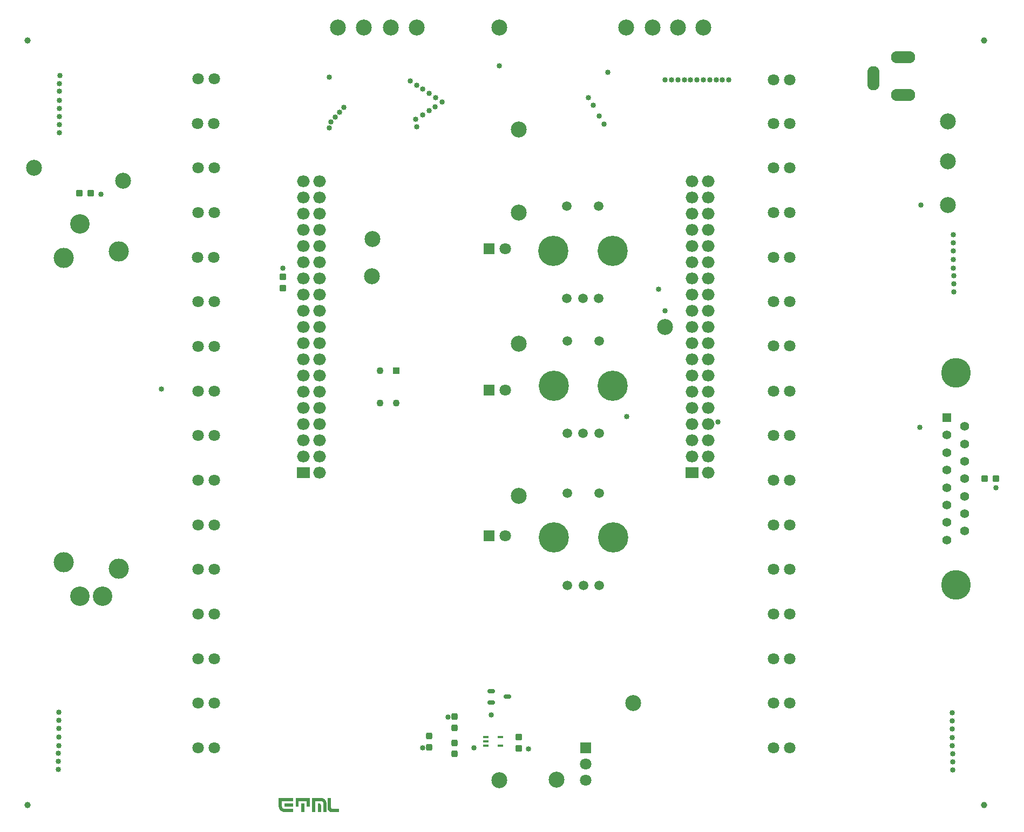
<source format=gts>
G04*
G04 #@! TF.GenerationSoftware,Altium Limited,Altium Designer,22.7.1 (60)*
G04*
G04 Layer_Color=8388736*
%FSLAX44Y44*%
%MOMM*%
G71*
G04*
G04 #@! TF.SameCoordinates,B875D083-2DC7-4D9C-95C5-8495ED73C8DD*
G04*
G04*
G04 #@! TF.FilePolarity,Negative*
G04*
G01*
G75*
G04:AMPARAMS|DCode=19|XSize=1.05mm|YSize=1.1mm|CornerRadius=0.2625mm|HoleSize=0mm|Usage=FLASHONLY|Rotation=270.000|XOffset=0mm|YOffset=0mm|HoleType=Round|Shape=RoundedRectangle|*
%AMROUNDEDRECTD19*
21,1,1.0500,0.5750,0,0,270.0*
21,1,0.5250,1.1000,0,0,270.0*
1,1,0.5250,-0.2875,-0.2625*
1,1,0.5250,-0.2875,0.2625*
1,1,0.5250,0.2875,0.2625*
1,1,0.5250,0.2875,-0.2625*
%
%ADD19ROUNDEDRECTD19*%
%ADD20R,0.9000X0.4000*%
G04:AMPARAMS|DCode=21|XSize=1mm|YSize=1.05mm|CornerRadius=0.25mm|HoleSize=0mm|Usage=FLASHONLY|Rotation=180.000|XOffset=0mm|YOffset=0mm|HoleType=Round|Shape=RoundedRectangle|*
%AMROUNDEDRECTD21*
21,1,1.0000,0.5500,0,0,180.0*
21,1,0.5000,1.0500,0,0,180.0*
1,1,0.5000,-0.2500,0.2750*
1,1,0.5000,0.2500,0.2750*
1,1,0.5000,0.2500,-0.2750*
1,1,0.5000,-0.2500,-0.2750*
%
%ADD21ROUNDEDRECTD21*%
G04:AMPARAMS|DCode=22|XSize=1.05mm|YSize=1.1mm|CornerRadius=0.2625mm|HoleSize=0mm|Usage=FLASHONLY|Rotation=0.000|XOffset=0mm|YOffset=0mm|HoleType=Round|Shape=RoundedRectangle|*
%AMROUNDEDRECTD22*
21,1,1.0500,0.5750,0,0,0.0*
21,1,0.5250,1.1000,0,0,0.0*
1,1,0.5250,0.2625,-0.2875*
1,1,0.5250,-0.2625,-0.2875*
1,1,0.5250,-0.2625,0.2875*
1,1,0.5250,0.2625,0.2875*
%
%ADD22ROUNDEDRECTD22*%
G04:AMPARAMS|DCode=23|XSize=0.65mm|YSize=1.15mm|CornerRadius=0.1625mm|HoleSize=0mm|Usage=FLASHONLY|Rotation=90.000|XOffset=0mm|YOffset=0mm|HoleType=Round|Shape=RoundedRectangle|*
%AMROUNDEDRECTD23*
21,1,0.6500,0.8250,0,0,90.0*
21,1,0.3250,1.1500,0,0,90.0*
1,1,0.3250,0.4125,0.1625*
1,1,0.3250,0.4125,-0.1625*
1,1,0.3250,-0.4125,-0.1625*
1,1,0.3250,-0.4125,0.1625*
%
%ADD23ROUNDEDRECTD23*%
%ADD24O,2.0000X1.8000*%
%ADD25R,2.0000X1.8000*%
%ADD26C,4.6500*%
%ADD27C,1.4000*%
%ADD28R,1.4000X1.4000*%
%ADD29C,1.5000*%
%ADD30C,4.7400*%
%ADD31C,1.8000*%
%ADD32R,1.8000X1.8000*%
%ADD33C,1.1000*%
%ADD34R,1.1000X1.1000*%
%ADD35C,3.1750*%
%ADD36C,3.0480*%
%ADD37C,2.5000*%
%ADD38O,3.8000X1.9000*%
%ADD39O,1.9000X3.8000*%
%ADD40R,1.8000X1.8000*%
%ADD41C,1.0000*%
%ADD42C,0.8500*%
G36*
X-1107107Y47764D02*
X-1112111D01*
Y56527D01*
X-1124634D01*
Y47764D01*
X-1129639D01*
Y61532D01*
X-1107107D01*
Y47764D01*
D02*
G37*
G36*
X-1133468D02*
X-1146038D01*
X-1146179Y47787D01*
X-1146391Y47834D01*
X-1146602Y47928D01*
X-1146837Y48069D01*
X-1147048Y48281D01*
X-1147119Y48422D01*
X-1147189Y48609D01*
X-1147213Y48797D01*
X-1147236Y49009D01*
Y52768D01*
X-1133468D01*
Y47764D01*
D02*
G37*
G36*
X-1074378Y48375D02*
Y48351D01*
Y48327D01*
Y48187D01*
X-1074355Y47975D01*
X-1074308Y47693D01*
X-1074261Y47341D01*
X-1074167Y46965D01*
X-1074026Y46565D01*
X-1073861Y46166D01*
X-1073626Y45743D01*
X-1073345Y45367D01*
X-1072992Y44991D01*
X-1072569Y44662D01*
X-1072052Y44380D01*
X-1071465Y44169D01*
X-1071136Y44098D01*
X-1070784Y44051D01*
X-1070408Y44005D01*
X-1061855D01*
Y39000D01*
X-1072522D01*
X-1072663Y39023D01*
X-1072828D01*
X-1073016Y39047D01*
X-1073227Y39070D01*
X-1073462Y39118D01*
X-1073979Y39211D01*
X-1074590Y39376D01*
X-1075224Y39587D01*
X-1075859Y39869D01*
X-1076516Y40245D01*
X-1076845Y40457D01*
X-1077151Y40715D01*
X-1077456Y40974D01*
X-1077762Y41279D01*
X-1078020Y41585D01*
X-1078279Y41937D01*
X-1078513Y42336D01*
X-1078725Y42736D01*
X-1078913Y43182D01*
X-1079077Y43675D01*
X-1079218Y44192D01*
X-1079312Y44756D01*
X-1079359Y45344D01*
X-1079383Y45978D01*
Y61532D01*
X-1074378D01*
Y48375D01*
D02*
G37*
G36*
X-1089439Y61508D02*
X-1088640Y61438D01*
X-1087888Y61297D01*
X-1087207Y61132D01*
X-1086549Y60921D01*
X-1085961Y60662D01*
X-1085397Y60380D01*
X-1084881Y60075D01*
X-1084411Y59723D01*
X-1083988Y59370D01*
X-1083588Y58994D01*
X-1083236Y58571D01*
X-1082907Y58172D01*
X-1082625Y57749D01*
X-1082343Y57303D01*
X-1082132Y56880D01*
X-1081920Y56433D01*
X-1081732Y56010D01*
X-1081591Y55564D01*
X-1081450Y55165D01*
X-1081239Y54366D01*
X-1081168Y54013D01*
X-1081098Y53661D01*
X-1081051Y53355D01*
X-1081028Y53074D01*
X-1080981Y52815D01*
Y52604D01*
X-1080957Y52439D01*
Y52298D01*
Y52228D01*
Y52204D01*
Y39000D01*
X-1085961Y39000D01*
Y52204D01*
Y52604D01*
X-1086008Y52956D01*
X-1086079Y53309D01*
X-1086149Y53637D01*
X-1086361Y54201D01*
X-1086643Y54695D01*
X-1086972Y55118D01*
X-1087324Y55470D01*
X-1087723Y55752D01*
X-1088123Y55987D01*
X-1088522Y56175D01*
X-1088922Y56292D01*
X-1089274Y56386D01*
X-1089603Y56457D01*
X-1089885Y56504D01*
X-1090097Y56527D01*
X-1098484D01*
Y39000D01*
X-1103489D01*
Y61532D01*
X-1090285D01*
X-1089439Y61508D01*
D02*
G37*
G36*
X-1092117Y52745D02*
X-1091953Y52721D01*
X-1091765Y52651D01*
X-1091530Y52580D01*
X-1091295Y52463D01*
X-1091036Y52322D01*
X-1090801Y52157D01*
X-1090543Y51922D01*
X-1090331Y51640D01*
X-1090120Y51311D01*
X-1089956Y50912D01*
X-1089838Y50466D01*
X-1089744Y49949D01*
X-1089721Y49338D01*
Y39000D01*
X-1094725D01*
Y52768D01*
X-1092258D01*
X-1092117Y52745D01*
D02*
G37*
G36*
X-1115871Y39000D02*
X-1120875D01*
Y52768D01*
X-1115871D01*
Y39000D01*
D02*
G37*
G36*
X-1133468Y56527D02*
X-1150996D01*
Y56504D01*
Y56480D01*
Y56410D01*
Y56292D01*
Y56128D01*
Y55893D01*
Y55588D01*
Y55399D01*
Y55188D01*
Y54953D01*
Y54671D01*
Y54389D01*
Y54084D01*
Y53731D01*
Y53355D01*
Y52933D01*
Y52486D01*
Y51993D01*
Y51476D01*
Y50936D01*
Y50325D01*
Y49690D01*
Y49009D01*
Y48985D01*
Y48962D01*
Y48891D01*
Y48797D01*
X-1150972Y48539D01*
X-1150925Y48233D01*
X-1150831Y47834D01*
X-1150737Y47411D01*
X-1150573Y46965D01*
X-1150361Y46495D01*
X-1150103Y46025D01*
X-1149774Y45579D01*
X-1149374Y45156D01*
X-1148881Y44780D01*
X-1148599Y44615D01*
X-1148317Y44451D01*
X-1147988Y44333D01*
X-1147636Y44216D01*
X-1147260Y44122D01*
X-1146860Y44051D01*
X-1146438Y44028D01*
X-1145991Y44004D01*
X-1133468D01*
Y39000D01*
X-1146226D01*
X-1146414Y39023D01*
X-1146649Y39047D01*
X-1146907Y39070D01*
X-1147213Y39094D01*
X-1147565Y39165D01*
X-1147918Y39235D01*
X-1148317Y39305D01*
X-1149163Y39517D01*
X-1149609Y39681D01*
X-1150056Y39846D01*
X-1150526Y40034D01*
X-1150996Y40245D01*
X-1151466Y40504D01*
X-1151935Y40786D01*
X-1152382Y41091D01*
X-1152828Y41444D01*
X-1153275Y41819D01*
X-1153674Y42242D01*
X-1154073Y42712D01*
X-1154426Y43229D01*
X-1154778Y43769D01*
X-1155084Y44380D01*
X-1155342Y45015D01*
X-1155577Y45696D01*
X-1155742Y46448D01*
X-1155882Y47247D01*
X-1155976Y48093D01*
X-1156000Y49009D01*
Y61532D01*
X-1133468D01*
Y56527D01*
D02*
G37*
D19*
X-1469000Y1010000D02*
D03*
X-1451000D02*
D03*
X-49000Y562200D02*
D03*
X-31000D02*
D03*
D20*
X-808750Y156500D02*
D03*
Y143500D02*
D03*
X-831250D02*
D03*
Y150000D02*
D03*
Y156500D02*
D03*
D21*
X-920000Y141250D02*
D03*
Y158750D02*
D03*
X-880000Y147750D02*
D03*
Y130250D02*
D03*
Y171500D02*
D03*
Y189000D02*
D03*
D22*
X-1150000Y879000D02*
D03*
Y861000D02*
D03*
X-780000Y156750D02*
D03*
Y138750D02*
D03*
D23*
X-797250Y220000D02*
D03*
X-822750Y211000D02*
D03*
Y229000D02*
D03*
D24*
X-1117500Y876200D02*
D03*
Y850800D02*
D03*
Y825400D02*
D03*
Y774600D02*
D03*
Y749200D02*
D03*
Y723800D02*
D03*
Y698400D02*
D03*
Y673000D02*
D03*
Y647600D02*
D03*
Y977800D02*
D03*
Y1028600D02*
D03*
Y1003200D02*
D03*
Y622200D02*
D03*
Y596800D02*
D03*
Y901600D02*
D03*
Y952400D02*
D03*
Y927000D02*
D03*
Y800000D02*
D03*
X-1092100D02*
D03*
Y927000D02*
D03*
Y952400D02*
D03*
Y901600D02*
D03*
Y596800D02*
D03*
Y622200D02*
D03*
Y1003200D02*
D03*
Y1028600D02*
D03*
Y977800D02*
D03*
Y647600D02*
D03*
Y673000D02*
D03*
Y698400D02*
D03*
Y723800D02*
D03*
Y749200D02*
D03*
Y774600D02*
D03*
Y825400D02*
D03*
Y850800D02*
D03*
Y876200D02*
D03*
Y571400D02*
D03*
X-482500D02*
D03*
Y876200D02*
D03*
Y850800D02*
D03*
Y825400D02*
D03*
Y774600D02*
D03*
Y749200D02*
D03*
Y723800D02*
D03*
Y698400D02*
D03*
Y673000D02*
D03*
Y647600D02*
D03*
Y977800D02*
D03*
Y1028600D02*
D03*
Y1003200D02*
D03*
Y622200D02*
D03*
Y596800D02*
D03*
Y901600D02*
D03*
Y952400D02*
D03*
Y927000D02*
D03*
Y800000D02*
D03*
X-507900D02*
D03*
Y927000D02*
D03*
Y952400D02*
D03*
Y901600D02*
D03*
Y596800D02*
D03*
Y622200D02*
D03*
Y1003200D02*
D03*
Y1028600D02*
D03*
Y977800D02*
D03*
Y647600D02*
D03*
Y673000D02*
D03*
Y698400D02*
D03*
Y723800D02*
D03*
Y749200D02*
D03*
Y774600D02*
D03*
Y825400D02*
D03*
Y850800D02*
D03*
Y876200D02*
D03*
D25*
X-1117500Y571400D02*
D03*
X-507900D02*
D03*
D26*
X-94200Y395600D02*
D03*
Y728800D02*
D03*
D27*
X-80000Y480000D02*
D03*
Y507400D02*
D03*
Y534800D02*
D03*
Y562200D02*
D03*
Y589600D02*
D03*
Y617000D02*
D03*
Y644400D02*
D03*
X-108400Y466300D02*
D03*
Y493700D02*
D03*
Y521100D02*
D03*
Y548500D02*
D03*
Y575900D02*
D03*
Y603300D02*
D03*
Y630700D02*
D03*
D28*
Y658100D02*
D03*
D29*
X-704000Y845000D02*
D03*
X-679000D02*
D03*
X-654000D02*
D03*
X-704000Y990000D02*
D03*
X-654000D02*
D03*
X-703225Y394991D02*
D03*
X-678225D02*
D03*
X-653225D02*
D03*
X-703225Y539991D02*
D03*
X-653225D02*
D03*
X-703448Y633400D02*
D03*
X-678448D02*
D03*
X-653448D02*
D03*
X-703448Y778400D02*
D03*
X-653448D02*
D03*
D30*
X-725500Y920000D02*
D03*
X-632500D02*
D03*
X-724725Y469991D02*
D03*
X-631725D02*
D03*
X-724948Y708400D02*
D03*
X-631948D02*
D03*
D31*
X-800598Y472831D02*
D03*
Y701135D02*
D03*
Y923431D02*
D03*
X-380001Y140000D02*
D03*
X-354601D02*
D03*
X-380001Y210000D02*
D03*
X-354601D02*
D03*
X-380001Y280000D02*
D03*
X-354601D02*
D03*
X-380001Y350000D02*
D03*
X-354601D02*
D03*
X-380001Y420000D02*
D03*
X-354601D02*
D03*
X-380001Y490000D02*
D03*
X-354601D02*
D03*
X-380001Y560000D02*
D03*
X-354601D02*
D03*
X-380001Y630000D02*
D03*
X-354601D02*
D03*
X-380001Y700000D02*
D03*
X-354601D02*
D03*
Y771063D02*
D03*
X-380001D02*
D03*
X-380001Y840000D02*
D03*
X-354601D02*
D03*
X-380001Y910000D02*
D03*
X-354601D02*
D03*
X-380001Y980000D02*
D03*
X-354601D02*
D03*
X-380001Y1050000D02*
D03*
X-354601D02*
D03*
X-380001Y1120000D02*
D03*
X-354601D02*
D03*
X-380001Y1188046D02*
D03*
X-354601D02*
D03*
X-1283005Y1120000D02*
D03*
X-1257605D02*
D03*
X-1282700Y140000D02*
D03*
X-1257300D02*
D03*
X-1282700Y210000D02*
D03*
X-1257300D02*
D03*
X-1282700Y280000D02*
D03*
X-1257300D02*
D03*
X-1282700Y350000D02*
D03*
X-1257300D02*
D03*
X-1282700Y420000D02*
D03*
X-1257300D02*
D03*
X-1282700Y490000D02*
D03*
X-1257300D02*
D03*
X-1282700Y560000D02*
D03*
X-1257300D02*
D03*
X-1282700Y630000D02*
D03*
X-1257300D02*
D03*
X-1282700Y700000D02*
D03*
X-1257300D02*
D03*
X-1282700Y770000D02*
D03*
X-1257300D02*
D03*
X-1282700Y840000D02*
D03*
X-1257300D02*
D03*
X-1283005Y910000D02*
D03*
X-1257605D02*
D03*
X-1282700Y980000D02*
D03*
X-1257300D02*
D03*
X-1282700Y1050000D02*
D03*
X-1257300D02*
D03*
X-1282700Y1190000D02*
D03*
X-1257300D02*
D03*
X-674600Y114600D02*
D03*
Y89200D02*
D03*
D32*
X-825998Y472831D02*
D03*
Y701135D02*
D03*
Y923431D02*
D03*
D33*
X-996940Y680900D02*
D03*
Y731700D02*
D03*
X-971540Y680900D02*
D03*
D34*
Y731700D02*
D03*
D35*
X-1493180Y908760D02*
D03*
Y431240D02*
D03*
X-1406820Y918920D02*
D03*
Y421080D02*
D03*
D36*
X-1432220Y377900D02*
D03*
X-1467780Y962100D02*
D03*
Y377900D02*
D03*
D37*
X-780000Y534990D02*
D03*
Y774541D02*
D03*
X-780000Y980000D02*
D03*
X-1400000Y1030000D02*
D03*
X-550000Y800000D02*
D03*
X-1009067Y938393D02*
D03*
X-1010000Y880000D02*
D03*
X-720000Y90000D02*
D03*
X-810000Y89200D02*
D03*
X-490000Y1270000D02*
D03*
X-530000D02*
D03*
X-570000D02*
D03*
X-810000D02*
D03*
X-940000D02*
D03*
X-980000D02*
D03*
X-1022287D02*
D03*
X-1063341D02*
D03*
X-611407D02*
D03*
X-106500Y1123262D02*
D03*
X-780000Y1110000D02*
D03*
X-106500Y1060000D02*
D03*
X-600000Y209974D02*
D03*
X-1540000Y1050000D02*
D03*
X-106500Y992039D02*
D03*
D38*
X-177120Y1164160D02*
D03*
Y1223460D02*
D03*
D39*
X-223620Y1190960D02*
D03*
D40*
X-674600Y140000D02*
D03*
D41*
X-1550000Y1250000D02*
D03*
X-50000Y50000D02*
D03*
X-1550000D02*
D03*
X-50000Y1250000D02*
D03*
D42*
X-467289Y651551D02*
D03*
X-1077000Y1192000D02*
D03*
X-560000Y860000D02*
D03*
X-550000Y825400D02*
D03*
X-610000Y660000D02*
D03*
X-31002Y548500D02*
D03*
X-764489Y138675D02*
D03*
X-890899Y187923D02*
D03*
X-1150000Y892653D02*
D03*
X-99591Y195119D02*
D03*
X-99321Y182422D02*
D03*
X-150856Y642992D02*
D03*
X-97902Y944944D02*
D03*
X-97092Y855249D02*
D03*
Y868017D02*
D03*
X-97632Y932246D02*
D03*
Y906116D02*
D03*
Y919766D02*
D03*
X-97092Y880716D02*
D03*
X-97632Y892802D02*
D03*
X-822750Y191250D02*
D03*
X-850000Y140000D02*
D03*
X-930625Y140000D02*
D03*
X-645502Y1119146D02*
D03*
X-653686Y1131101D02*
D03*
X-662522Y1148729D02*
D03*
X-670000Y1160374D02*
D03*
X-940958Y1126730D02*
D03*
X-810000Y1210000D02*
D03*
X-98781Y105424D02*
D03*
Y130892D02*
D03*
Y118192D02*
D03*
X-99321Y169942D02*
D03*
Y156292D02*
D03*
X-640000Y1200000D02*
D03*
X-1340000Y702700D02*
D03*
X-1435050Y1008981D02*
D03*
X-99321Y142977D02*
D03*
X-1501561Y105933D02*
D03*
Y118701D02*
D03*
Y131401D02*
D03*
X-1501020Y143486D02*
D03*
Y156801D02*
D03*
Y170451D02*
D03*
Y182931D02*
D03*
X-1500750Y195629D02*
D03*
X-1499689Y1195178D02*
D03*
X-1499959Y1182480D02*
D03*
Y1170000D02*
D03*
Y1156350D02*
D03*
Y1143035D02*
D03*
X-1500500Y1130950D02*
D03*
Y1118250D02*
D03*
Y1105482D02*
D03*
X-450000Y1188046D02*
D03*
X-460000D02*
D03*
X-470000D02*
D03*
X-480000D02*
D03*
X-490000D02*
D03*
X-500000D02*
D03*
X-510000D02*
D03*
X-520000D02*
D03*
X-530000D02*
D03*
X-540000D02*
D03*
X-550000D02*
D03*
X-148477Y992039D02*
D03*
X-940000Y1114250D02*
D03*
X-1054047Y1144598D02*
D03*
X-1077000Y1112818D02*
D03*
X-1061014Y1137425D02*
D03*
X-1074251Y1122432D02*
D03*
X-1067635Y1129931D02*
D03*
X-920000Y1139730D02*
D03*
X-910497Y1146230D02*
D03*
X-930000Y1133230D02*
D03*
X-910000Y1160374D02*
D03*
X-920000Y1167290D02*
D03*
X-900000Y1153250D02*
D03*
X-950000Y1186270D02*
D03*
X-940000Y1180000D02*
D03*
X-930000Y1173397D02*
D03*
M02*

</source>
